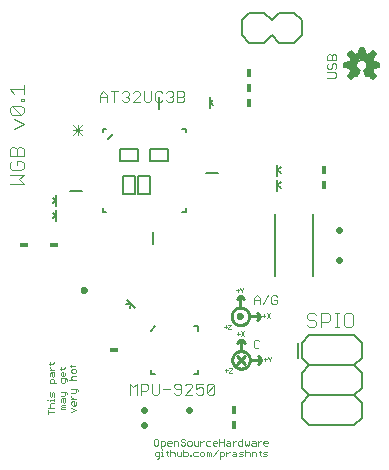
<source format=gto>
G75*
%MOIN*%
%OFA0B0*%
%FSLAX25Y25*%
%IPPOS*%
%LPD*%
%AMOC8*
5,1,8,0,0,1.08239X$1,22.5*
%
%ADD10C,0.00300*%
%ADD11C,0.00400*%
%ADD12C,0.00200*%
%ADD13C,0.01000*%
%ADD14C,0.01200*%
%ADD15C,0.00100*%
%ADD16C,0.02200*%
%ADD17C,0.00800*%
%ADD18C,0.00500*%
%ADD19R,0.01800X0.03000*%
%ADD20R,0.03000X0.01800*%
%ADD21C,0.00600*%
%ADD22C,0.00591*%
D10*
X0045517Y0052866D02*
X0045517Y0056569D01*
X0046751Y0055335D01*
X0047985Y0056569D01*
X0047985Y0052866D01*
X0049200Y0052866D02*
X0049200Y0056569D01*
X0051051Y0056569D01*
X0051669Y0055952D01*
X0051669Y0054717D01*
X0051051Y0054100D01*
X0049200Y0054100D01*
X0052883Y0053483D02*
X0053500Y0052866D01*
X0054735Y0052866D01*
X0055352Y0053483D01*
X0055352Y0056569D01*
X0056566Y0054717D02*
X0059035Y0054717D01*
X0060249Y0055335D02*
X0060249Y0055952D01*
X0060866Y0056569D01*
X0062101Y0056569D01*
X0062718Y0055952D01*
X0062718Y0053483D01*
X0062101Y0052866D01*
X0060866Y0052866D01*
X0060249Y0053483D01*
X0060866Y0054717D02*
X0062718Y0054717D01*
X0063932Y0055952D02*
X0064550Y0056569D01*
X0065784Y0056569D01*
X0066401Y0055952D01*
X0066401Y0055335D01*
X0063932Y0052866D01*
X0066401Y0052866D01*
X0067616Y0053483D02*
X0068233Y0052866D01*
X0069467Y0052866D01*
X0070084Y0053483D01*
X0070084Y0054717D01*
X0069467Y0055335D01*
X0068850Y0055335D01*
X0067616Y0054717D01*
X0067616Y0056569D01*
X0070084Y0056569D01*
X0071299Y0055952D02*
X0071916Y0056569D01*
X0073150Y0056569D01*
X0073767Y0055952D01*
X0071299Y0053483D01*
X0071916Y0052866D01*
X0073150Y0052866D01*
X0073767Y0053483D01*
X0073767Y0055952D01*
X0071299Y0055952D02*
X0071299Y0053483D01*
X0060866Y0054717D02*
X0060249Y0055335D01*
X0052883Y0056569D02*
X0052883Y0053483D01*
X0086793Y0068750D02*
X0087277Y0068266D01*
X0088245Y0068266D01*
X0088728Y0068750D01*
X0088728Y0070685D02*
X0088245Y0071168D01*
X0087277Y0071168D01*
X0086793Y0070685D01*
X0086793Y0068750D01*
X0086847Y0083016D02*
X0086847Y0084951D01*
X0087814Y0085918D01*
X0088782Y0084951D01*
X0088782Y0083016D01*
X0089793Y0083016D02*
X0091728Y0085918D01*
X0092740Y0085435D02*
X0092740Y0083500D01*
X0093224Y0083016D01*
X0094191Y0083016D01*
X0094675Y0083500D01*
X0094675Y0084467D01*
X0093707Y0084467D01*
X0092740Y0085435D02*
X0093224Y0085918D01*
X0094191Y0085918D01*
X0094675Y0085435D01*
X0088782Y0084467D02*
X0086847Y0084467D01*
X0063150Y0150366D02*
X0061299Y0150366D01*
X0061299Y0154069D01*
X0063150Y0154069D01*
X0063767Y0153452D01*
X0063767Y0152835D01*
X0063150Y0152217D01*
X0061299Y0152217D01*
X0060084Y0151600D02*
X0060084Y0150983D01*
X0059467Y0150366D01*
X0058233Y0150366D01*
X0057616Y0150983D01*
X0056401Y0150983D02*
X0055784Y0150366D01*
X0054550Y0150366D01*
X0053932Y0150983D01*
X0053932Y0153452D01*
X0054550Y0154069D01*
X0055784Y0154069D01*
X0056401Y0153452D01*
X0057616Y0153452D02*
X0058233Y0154069D01*
X0059467Y0154069D01*
X0060084Y0153452D01*
X0060084Y0152835D01*
X0059467Y0152217D01*
X0060084Y0151600D01*
X0059467Y0152217D02*
X0058850Y0152217D01*
X0063150Y0152217D02*
X0063767Y0151600D01*
X0063767Y0150983D01*
X0063150Y0150366D01*
X0052718Y0150983D02*
X0052718Y0154069D01*
X0050249Y0154069D02*
X0050249Y0150983D01*
X0050866Y0150366D01*
X0052101Y0150366D01*
X0052718Y0150983D01*
X0049035Y0150366D02*
X0046566Y0150366D01*
X0049035Y0152835D01*
X0049035Y0153452D01*
X0048418Y0154069D01*
X0047183Y0154069D01*
X0046566Y0153452D01*
X0045352Y0153452D02*
X0045352Y0152835D01*
X0044735Y0152217D01*
X0045352Y0151600D01*
X0045352Y0150983D01*
X0044735Y0150366D01*
X0043500Y0150366D01*
X0042883Y0150983D01*
X0044117Y0152217D02*
X0044735Y0152217D01*
X0045352Y0153452D02*
X0044735Y0154069D01*
X0043500Y0154069D01*
X0042883Y0153452D01*
X0041669Y0154069D02*
X0039200Y0154069D01*
X0040434Y0154069D02*
X0040434Y0150366D01*
X0037985Y0150366D02*
X0037985Y0152835D01*
X0036751Y0154069D01*
X0035517Y0152835D01*
X0035517Y0150366D01*
X0035517Y0152217D02*
X0037985Y0152217D01*
X0029753Y0142586D02*
X0026617Y0139450D01*
X0028185Y0139450D02*
X0028185Y0142586D01*
X0026617Y0142586D02*
X0029753Y0139450D01*
X0029753Y0141018D02*
X0026617Y0141018D01*
X0111414Y0158446D02*
X0113833Y0158446D01*
X0114317Y0158930D01*
X0114317Y0159897D01*
X0113833Y0160381D01*
X0111414Y0160381D01*
X0111898Y0161393D02*
X0112382Y0161393D01*
X0112865Y0161876D01*
X0112865Y0162844D01*
X0113349Y0163328D01*
X0113833Y0163328D01*
X0114317Y0162844D01*
X0114317Y0161876D01*
X0113833Y0161393D01*
X0114317Y0164339D02*
X0114317Y0165790D01*
X0113833Y0166274D01*
X0113349Y0166274D01*
X0112865Y0165790D01*
X0112865Y0164339D01*
X0111898Y0163328D02*
X0111414Y0162844D01*
X0111414Y0161876D01*
X0111898Y0161393D01*
X0111414Y0164339D02*
X0111414Y0165790D01*
X0111898Y0166274D01*
X0112382Y0166274D01*
X0112865Y0165790D01*
X0114317Y0164339D02*
X0111414Y0164339D01*
D11*
X0111532Y0080020D02*
X0109230Y0080020D01*
X0109230Y0075416D01*
X0109230Y0076950D02*
X0111532Y0076950D01*
X0112299Y0077718D01*
X0112299Y0079252D01*
X0111532Y0080020D01*
X0113834Y0080020D02*
X0115369Y0080020D01*
X0114601Y0080020D02*
X0114601Y0075416D01*
X0113834Y0075416D02*
X0115369Y0075416D01*
X0116903Y0076183D02*
X0117671Y0075416D01*
X0119205Y0075416D01*
X0119973Y0076183D01*
X0119973Y0079252D01*
X0119205Y0080020D01*
X0117671Y0080020D01*
X0116903Y0079252D01*
X0116903Y0076183D01*
X0107695Y0076183D02*
X0106928Y0075416D01*
X0105393Y0075416D01*
X0104626Y0076183D01*
X0105393Y0077718D02*
X0106928Y0077718D01*
X0107695Y0076950D01*
X0107695Y0076183D01*
X0105393Y0077718D02*
X0104626Y0078485D01*
X0104626Y0079252D01*
X0105393Y0080020D01*
X0106928Y0080020D01*
X0107695Y0079252D01*
X0010167Y0123151D02*
X0008632Y0124686D01*
X0010167Y0126220D01*
X0005563Y0126220D01*
X0006330Y0127755D02*
X0009399Y0127755D01*
X0010167Y0128522D01*
X0010167Y0130057D01*
X0009399Y0130824D01*
X0007865Y0130824D01*
X0007865Y0129290D01*
X0006330Y0130824D02*
X0005563Y0130057D01*
X0005563Y0128522D01*
X0006330Y0127755D01*
X0005563Y0123151D02*
X0010167Y0123151D01*
X0010167Y0132359D02*
X0005563Y0132359D01*
X0005563Y0134661D01*
X0006330Y0135428D01*
X0007097Y0135428D01*
X0007865Y0134661D01*
X0007865Y0132359D01*
X0010167Y0132359D02*
X0010167Y0134661D01*
X0009399Y0135428D01*
X0008632Y0135428D01*
X0007865Y0134661D01*
X0007097Y0141567D02*
X0010167Y0143101D01*
X0007097Y0144636D01*
X0006330Y0146171D02*
X0005563Y0146938D01*
X0005563Y0148473D01*
X0006330Y0149240D01*
X0009399Y0146171D01*
X0010167Y0146938D01*
X0010167Y0148473D01*
X0009399Y0149240D01*
X0006330Y0149240D01*
X0006330Y0146171D02*
X0009399Y0146171D01*
X0009399Y0150775D02*
X0009399Y0151542D01*
X0010167Y0151542D01*
X0010167Y0150775D01*
X0009399Y0150775D01*
X0010167Y0153077D02*
X0010167Y0156146D01*
X0010167Y0154611D02*
X0005563Y0154611D01*
X0007097Y0153077D01*
D12*
X0018165Y0047760D02*
X0018165Y0046292D01*
X0018165Y0047026D02*
X0020367Y0047026D01*
X0020367Y0048502D02*
X0018165Y0048502D01*
X0018899Y0048869D02*
X0018899Y0049603D01*
X0019266Y0049970D01*
X0020367Y0049970D01*
X0020367Y0050712D02*
X0020367Y0051446D01*
X0020367Y0051079D02*
X0018899Y0051079D01*
X0018899Y0050712D01*
X0018165Y0051079D02*
X0017798Y0051079D01*
X0019266Y0052185D02*
X0018899Y0052552D01*
X0018899Y0053653D01*
X0019633Y0053286D02*
X0019633Y0052552D01*
X0019266Y0052185D01*
X0020367Y0052185D02*
X0020367Y0053286D01*
X0020000Y0053653D01*
X0019633Y0053286D01*
X0022499Y0053837D02*
X0024334Y0053837D01*
X0024701Y0053470D01*
X0024701Y0053103D01*
X0023967Y0052736D02*
X0023967Y0053837D01*
X0023967Y0052736D02*
X0023600Y0052369D01*
X0022499Y0052369D01*
X0022866Y0051627D02*
X0023967Y0051627D01*
X0023967Y0050526D01*
X0023600Y0050159D01*
X0023233Y0050526D01*
X0023233Y0051627D01*
X0022866Y0051627D02*
X0022499Y0051260D01*
X0022499Y0050526D01*
X0022866Y0049417D02*
X0023967Y0049417D01*
X0023967Y0048683D02*
X0022866Y0048683D01*
X0022499Y0049050D01*
X0022866Y0049417D01*
X0022866Y0048683D02*
X0022499Y0048317D01*
X0022499Y0047950D01*
X0023967Y0047950D01*
X0026099Y0048497D02*
X0027567Y0047763D01*
X0026099Y0047029D01*
X0026466Y0049239D02*
X0026099Y0049606D01*
X0026099Y0050340D01*
X0026466Y0050707D01*
X0026833Y0050707D01*
X0026833Y0049239D01*
X0027200Y0049239D02*
X0026466Y0049239D01*
X0027200Y0049239D02*
X0027567Y0049606D01*
X0027567Y0050340D01*
X0027567Y0051449D02*
X0026099Y0051449D01*
X0026099Y0052182D02*
X0026099Y0052549D01*
X0026099Y0052182D02*
X0026833Y0051449D01*
X0027200Y0053290D02*
X0026099Y0053290D01*
X0027200Y0053290D02*
X0027567Y0053657D01*
X0027567Y0054758D01*
X0027934Y0054758D02*
X0026099Y0054758D01*
X0023967Y0057156D02*
X0023967Y0058257D01*
X0024334Y0058257D02*
X0022499Y0058257D01*
X0022499Y0057156D01*
X0022866Y0056789D01*
X0023600Y0056789D01*
X0023967Y0057156D01*
X0024701Y0057523D02*
X0024701Y0057890D01*
X0024334Y0058257D01*
X0023600Y0058999D02*
X0022866Y0058999D01*
X0022499Y0059366D01*
X0022499Y0060100D01*
X0022866Y0060467D01*
X0023233Y0060467D01*
X0023233Y0058999D01*
X0023600Y0058999D02*
X0023967Y0059366D01*
X0023967Y0060100D01*
X0023600Y0061576D02*
X0022132Y0061576D01*
X0022499Y0061209D02*
X0022499Y0061943D01*
X0023600Y0061576D02*
X0023967Y0061943D01*
X0025732Y0062497D02*
X0027200Y0062497D01*
X0027567Y0062864D01*
X0026099Y0062864D02*
X0026099Y0062130D01*
X0026466Y0061388D02*
X0026099Y0061021D01*
X0026099Y0060287D01*
X0026466Y0059920D01*
X0027200Y0059920D01*
X0027567Y0060287D01*
X0027567Y0061021D01*
X0027200Y0061388D01*
X0026466Y0061388D01*
X0026466Y0059178D02*
X0026099Y0058811D01*
X0026099Y0058077D01*
X0026466Y0057710D01*
X0025365Y0057710D02*
X0027567Y0057710D01*
X0027567Y0059178D02*
X0026466Y0059178D01*
X0027934Y0054758D02*
X0028301Y0054391D01*
X0028301Y0054024D01*
X0021101Y0056605D02*
X0018899Y0056605D01*
X0018899Y0057706D01*
X0019266Y0058073D01*
X0020000Y0058073D01*
X0020367Y0057706D01*
X0020367Y0056605D01*
X0020000Y0058815D02*
X0019633Y0059182D01*
X0019633Y0060283D01*
X0019266Y0060283D02*
X0020367Y0060283D01*
X0020367Y0059182D01*
X0020000Y0058815D01*
X0018899Y0059182D02*
X0018899Y0059916D01*
X0019266Y0060283D01*
X0019633Y0061025D02*
X0018899Y0061759D01*
X0018899Y0062126D01*
X0018899Y0062866D02*
X0018899Y0063600D01*
X0018532Y0063233D02*
X0020000Y0063233D01*
X0020367Y0063600D01*
X0020367Y0061025D02*
X0018899Y0061025D01*
X0018899Y0048869D02*
X0019266Y0048502D01*
X0053630Y0037751D02*
X0053630Y0036283D01*
X0053997Y0035916D01*
X0054731Y0035916D01*
X0055098Y0036283D01*
X0055098Y0037751D01*
X0054731Y0038118D01*
X0053997Y0038118D01*
X0053630Y0037751D01*
X0055840Y0037384D02*
X0055840Y0035182D01*
X0056391Y0034885D02*
X0056391Y0034518D01*
X0056391Y0033784D02*
X0056391Y0032316D01*
X0056024Y0032316D02*
X0056758Y0032316D01*
X0057864Y0032683D02*
X0058231Y0032316D01*
X0057864Y0032683D02*
X0057864Y0034151D01*
X0057497Y0033784D02*
X0058231Y0033784D01*
X0058971Y0033417D02*
X0059338Y0033784D01*
X0060072Y0033784D01*
X0060439Y0033417D01*
X0060439Y0032316D01*
X0061181Y0032683D02*
X0061548Y0032316D01*
X0062648Y0032316D01*
X0062648Y0033784D01*
X0063390Y0033784D02*
X0064491Y0033784D01*
X0064858Y0033417D01*
X0064858Y0032683D01*
X0064491Y0032316D01*
X0063390Y0032316D01*
X0063390Y0034518D01*
X0063571Y0035916D02*
X0062837Y0035916D01*
X0062470Y0036283D01*
X0062837Y0037017D02*
X0063571Y0037017D01*
X0063938Y0036650D01*
X0063938Y0036283D01*
X0063571Y0035916D01*
X0064680Y0036283D02*
X0064680Y0037017D01*
X0065047Y0037384D01*
X0065780Y0037384D01*
X0066147Y0037017D01*
X0066147Y0036283D01*
X0065780Y0035916D01*
X0065047Y0035916D01*
X0064680Y0036283D01*
X0063938Y0037751D02*
X0063571Y0038118D01*
X0062837Y0038118D01*
X0062470Y0037751D01*
X0062470Y0037384D01*
X0062837Y0037017D01*
X0061728Y0037017D02*
X0061728Y0035916D01*
X0061728Y0037017D02*
X0061361Y0037384D01*
X0060260Y0037384D01*
X0060260Y0035916D01*
X0059518Y0036650D02*
X0058050Y0036650D01*
X0058050Y0037017D02*
X0058417Y0037384D01*
X0059151Y0037384D01*
X0059518Y0037017D01*
X0059518Y0036650D01*
X0059151Y0035916D02*
X0058417Y0035916D01*
X0058050Y0036283D01*
X0058050Y0037017D01*
X0057308Y0037017D02*
X0057308Y0036283D01*
X0056941Y0035916D01*
X0055840Y0035916D01*
X0055840Y0037384D02*
X0056941Y0037384D01*
X0057308Y0037017D01*
X0058971Y0034518D02*
X0058971Y0032316D01*
X0061181Y0032683D02*
X0061181Y0033784D01*
X0065600Y0032683D02*
X0065600Y0032316D01*
X0065967Y0032316D01*
X0065967Y0032683D01*
X0065600Y0032683D01*
X0066705Y0032683D02*
X0067072Y0032316D01*
X0068173Y0032316D01*
X0068915Y0032683D02*
X0069282Y0032316D01*
X0070016Y0032316D01*
X0070383Y0032683D01*
X0070383Y0033417D01*
X0070016Y0033784D01*
X0069282Y0033784D01*
X0068915Y0033417D01*
X0068915Y0032683D01*
X0068173Y0033784D02*
X0067072Y0033784D01*
X0066705Y0033417D01*
X0066705Y0032683D01*
X0067256Y0035916D02*
X0068357Y0035916D01*
X0068357Y0037384D01*
X0069099Y0037384D02*
X0069099Y0035916D01*
X0069099Y0036650D02*
X0069833Y0037384D01*
X0070200Y0037384D01*
X0070941Y0037017D02*
X0070941Y0036283D01*
X0071308Y0035916D01*
X0072409Y0035916D01*
X0073151Y0036283D02*
X0073151Y0037017D01*
X0073518Y0037384D01*
X0074252Y0037384D01*
X0074619Y0037017D01*
X0074619Y0036650D01*
X0073151Y0036650D01*
X0073151Y0036283D02*
X0073518Y0035916D01*
X0074252Y0035916D01*
X0075361Y0035916D02*
X0075361Y0038118D01*
X0075361Y0037017D02*
X0076829Y0037017D01*
X0077570Y0036283D02*
X0077937Y0036650D01*
X0079038Y0036650D01*
X0079038Y0037017D02*
X0079038Y0035916D01*
X0077937Y0035916D01*
X0077570Y0036283D01*
X0076829Y0035916D02*
X0076829Y0038118D01*
X0077937Y0037384D02*
X0078671Y0037384D01*
X0079038Y0037017D01*
X0079780Y0037384D02*
X0079780Y0035916D01*
X0079780Y0036650D02*
X0080514Y0037384D01*
X0080881Y0037384D01*
X0081622Y0037017D02*
X0081622Y0036283D01*
X0081989Y0035916D01*
X0083090Y0035916D01*
X0083090Y0038118D01*
X0083090Y0037384D02*
X0081989Y0037384D01*
X0081622Y0037017D01*
X0083832Y0037384D02*
X0083832Y0036283D01*
X0084199Y0035916D01*
X0084566Y0036283D01*
X0084933Y0035916D01*
X0085300Y0036283D01*
X0085300Y0037384D01*
X0086409Y0037384D02*
X0087143Y0037384D01*
X0087510Y0037017D01*
X0087510Y0035916D01*
X0086409Y0035916D01*
X0086042Y0036283D01*
X0086409Y0036650D01*
X0087510Y0036650D01*
X0088252Y0036650D02*
X0088986Y0037384D01*
X0089353Y0037384D01*
X0090093Y0037017D02*
X0090460Y0037384D01*
X0091194Y0037384D01*
X0091561Y0037017D01*
X0091561Y0036650D01*
X0090093Y0036650D01*
X0090093Y0036283D02*
X0090093Y0037017D01*
X0090093Y0036283D02*
X0090460Y0035916D01*
X0091194Y0035916D01*
X0091377Y0033784D02*
X0090276Y0033784D01*
X0089909Y0033417D01*
X0090276Y0033050D01*
X0091010Y0033050D01*
X0091377Y0032683D01*
X0091010Y0032316D01*
X0089909Y0032316D01*
X0089170Y0032316D02*
X0088803Y0032683D01*
X0088803Y0034151D01*
X0088436Y0033784D02*
X0089170Y0033784D01*
X0087694Y0033417D02*
X0087694Y0032316D01*
X0087694Y0033417D02*
X0087327Y0033784D01*
X0086226Y0033784D01*
X0086226Y0032316D01*
X0085484Y0032316D02*
X0085484Y0033417D01*
X0085117Y0033784D01*
X0084383Y0033784D01*
X0084016Y0033417D01*
X0083274Y0033784D02*
X0082173Y0033784D01*
X0081806Y0033417D01*
X0082173Y0033050D01*
X0082907Y0033050D01*
X0083274Y0032683D01*
X0082907Y0032316D01*
X0081806Y0032316D01*
X0081064Y0032316D02*
X0081064Y0033417D01*
X0080697Y0033784D01*
X0079963Y0033784D01*
X0079963Y0033050D02*
X0081064Y0033050D01*
X0081064Y0032316D02*
X0079963Y0032316D01*
X0079596Y0032683D01*
X0079963Y0033050D01*
X0078856Y0033784D02*
X0078489Y0033784D01*
X0077755Y0033050D01*
X0077755Y0032316D02*
X0077755Y0033784D01*
X0077013Y0033417D02*
X0077013Y0032683D01*
X0076646Y0032316D01*
X0075545Y0032316D01*
X0075545Y0031582D02*
X0075545Y0033784D01*
X0076646Y0033784D01*
X0077013Y0033417D01*
X0074803Y0034518D02*
X0073335Y0032316D01*
X0072593Y0032316D02*
X0072593Y0033417D01*
X0072226Y0033784D01*
X0071859Y0033417D01*
X0071859Y0032316D01*
X0071125Y0032316D02*
X0071125Y0033784D01*
X0071492Y0033784D01*
X0071859Y0033417D01*
X0070941Y0037017D02*
X0071308Y0037384D01*
X0072409Y0037384D01*
X0067256Y0035916D02*
X0066889Y0036283D01*
X0066889Y0037384D01*
X0056391Y0033784D02*
X0056024Y0033784D01*
X0055282Y0033784D02*
X0055282Y0031949D01*
X0054915Y0031582D01*
X0054548Y0031582D01*
X0054181Y0032316D02*
X0055282Y0032316D01*
X0054181Y0032316D02*
X0053814Y0032683D01*
X0053814Y0033417D01*
X0054181Y0033784D01*
X0055282Y0033784D01*
X0084016Y0034518D02*
X0084016Y0032316D01*
X0088252Y0035916D02*
X0088252Y0037384D01*
D13*
X0088117Y0063216D02*
X0089117Y0064216D01*
X0089117Y0064466D01*
X0089117Y0064716D01*
X0088117Y0065716D01*
X0089117Y0064466D02*
X0085617Y0064466D01*
X0083867Y0065716D02*
X0081367Y0063216D01*
X0079691Y0064466D02*
X0079693Y0064574D01*
X0079699Y0064682D01*
X0079709Y0064790D01*
X0079723Y0064897D01*
X0079741Y0065004D01*
X0079763Y0065110D01*
X0079788Y0065215D01*
X0079818Y0065319D01*
X0079851Y0065421D01*
X0079889Y0065523D01*
X0079930Y0065623D01*
X0079974Y0065722D01*
X0080022Y0065818D01*
X0080074Y0065913D01*
X0080129Y0066006D01*
X0080188Y0066097D01*
X0080250Y0066186D01*
X0080315Y0066272D01*
X0080383Y0066356D01*
X0080455Y0066437D01*
X0080529Y0066516D01*
X0080606Y0066592D01*
X0080686Y0066664D01*
X0080769Y0066734D01*
X0080854Y0066801D01*
X0080941Y0066865D01*
X0081031Y0066925D01*
X0081123Y0066982D01*
X0081217Y0067035D01*
X0081313Y0067085D01*
X0081410Y0067132D01*
X0081510Y0067174D01*
X0081611Y0067213D01*
X0081713Y0067249D01*
X0081816Y0067280D01*
X0081921Y0067308D01*
X0082026Y0067332D01*
X0082133Y0067352D01*
X0082240Y0067368D01*
X0082347Y0067380D01*
X0082455Y0067388D01*
X0082563Y0067392D01*
X0082671Y0067392D01*
X0082779Y0067388D01*
X0082887Y0067380D01*
X0082994Y0067368D01*
X0083101Y0067352D01*
X0083208Y0067332D01*
X0083313Y0067308D01*
X0083418Y0067280D01*
X0083521Y0067249D01*
X0083623Y0067213D01*
X0083724Y0067174D01*
X0083824Y0067132D01*
X0083921Y0067085D01*
X0084017Y0067035D01*
X0084111Y0066982D01*
X0084203Y0066925D01*
X0084293Y0066865D01*
X0084380Y0066801D01*
X0084465Y0066734D01*
X0084548Y0066664D01*
X0084628Y0066592D01*
X0084705Y0066516D01*
X0084779Y0066437D01*
X0084851Y0066356D01*
X0084919Y0066272D01*
X0084984Y0066186D01*
X0085046Y0066097D01*
X0085105Y0066006D01*
X0085160Y0065913D01*
X0085212Y0065818D01*
X0085260Y0065722D01*
X0085304Y0065623D01*
X0085345Y0065523D01*
X0085383Y0065421D01*
X0085416Y0065319D01*
X0085446Y0065215D01*
X0085471Y0065110D01*
X0085493Y0065004D01*
X0085511Y0064897D01*
X0085525Y0064790D01*
X0085535Y0064682D01*
X0085541Y0064574D01*
X0085543Y0064466D01*
X0085541Y0064358D01*
X0085535Y0064250D01*
X0085525Y0064142D01*
X0085511Y0064035D01*
X0085493Y0063928D01*
X0085471Y0063822D01*
X0085446Y0063717D01*
X0085416Y0063613D01*
X0085383Y0063511D01*
X0085345Y0063409D01*
X0085304Y0063309D01*
X0085260Y0063210D01*
X0085212Y0063114D01*
X0085160Y0063019D01*
X0085105Y0062926D01*
X0085046Y0062835D01*
X0084984Y0062746D01*
X0084919Y0062660D01*
X0084851Y0062576D01*
X0084779Y0062495D01*
X0084705Y0062416D01*
X0084628Y0062340D01*
X0084548Y0062268D01*
X0084465Y0062198D01*
X0084380Y0062131D01*
X0084293Y0062067D01*
X0084203Y0062007D01*
X0084111Y0061950D01*
X0084017Y0061897D01*
X0083921Y0061847D01*
X0083824Y0061800D01*
X0083724Y0061758D01*
X0083623Y0061719D01*
X0083521Y0061683D01*
X0083418Y0061652D01*
X0083313Y0061624D01*
X0083208Y0061600D01*
X0083101Y0061580D01*
X0082994Y0061564D01*
X0082887Y0061552D01*
X0082779Y0061544D01*
X0082671Y0061540D01*
X0082563Y0061540D01*
X0082455Y0061544D01*
X0082347Y0061552D01*
X0082240Y0061564D01*
X0082133Y0061580D01*
X0082026Y0061600D01*
X0081921Y0061624D01*
X0081816Y0061652D01*
X0081713Y0061683D01*
X0081611Y0061719D01*
X0081510Y0061758D01*
X0081410Y0061800D01*
X0081313Y0061847D01*
X0081217Y0061897D01*
X0081123Y0061950D01*
X0081031Y0062007D01*
X0080941Y0062067D01*
X0080854Y0062131D01*
X0080769Y0062198D01*
X0080686Y0062268D01*
X0080606Y0062340D01*
X0080529Y0062416D01*
X0080455Y0062495D01*
X0080383Y0062576D01*
X0080315Y0062660D01*
X0080250Y0062746D01*
X0080188Y0062835D01*
X0080129Y0062926D01*
X0080074Y0063019D01*
X0080022Y0063114D01*
X0079974Y0063210D01*
X0079930Y0063309D01*
X0079889Y0063409D01*
X0079851Y0063511D01*
X0079818Y0063613D01*
X0079788Y0063717D01*
X0079763Y0063822D01*
X0079741Y0063928D01*
X0079723Y0064035D01*
X0079709Y0064142D01*
X0079699Y0064250D01*
X0079693Y0064358D01*
X0079691Y0064466D01*
X0081367Y0065716D02*
X0083867Y0063216D01*
X0082617Y0067716D02*
X0082617Y0071216D01*
X0082867Y0071216D01*
X0083867Y0070216D01*
X0082617Y0071216D02*
X0082367Y0071216D01*
X0081367Y0070216D01*
X0079441Y0078966D02*
X0079443Y0079074D01*
X0079449Y0079182D01*
X0079459Y0079290D01*
X0079473Y0079397D01*
X0079491Y0079504D01*
X0079513Y0079610D01*
X0079538Y0079715D01*
X0079568Y0079819D01*
X0079601Y0079921D01*
X0079639Y0080023D01*
X0079680Y0080123D01*
X0079724Y0080222D01*
X0079772Y0080318D01*
X0079824Y0080413D01*
X0079879Y0080506D01*
X0079938Y0080597D01*
X0080000Y0080686D01*
X0080065Y0080772D01*
X0080133Y0080856D01*
X0080205Y0080937D01*
X0080279Y0081016D01*
X0080356Y0081092D01*
X0080436Y0081164D01*
X0080519Y0081234D01*
X0080604Y0081301D01*
X0080691Y0081365D01*
X0080781Y0081425D01*
X0080873Y0081482D01*
X0080967Y0081535D01*
X0081063Y0081585D01*
X0081160Y0081632D01*
X0081260Y0081674D01*
X0081361Y0081713D01*
X0081463Y0081749D01*
X0081566Y0081780D01*
X0081671Y0081808D01*
X0081776Y0081832D01*
X0081883Y0081852D01*
X0081990Y0081868D01*
X0082097Y0081880D01*
X0082205Y0081888D01*
X0082313Y0081892D01*
X0082421Y0081892D01*
X0082529Y0081888D01*
X0082637Y0081880D01*
X0082744Y0081868D01*
X0082851Y0081852D01*
X0082958Y0081832D01*
X0083063Y0081808D01*
X0083168Y0081780D01*
X0083271Y0081749D01*
X0083373Y0081713D01*
X0083474Y0081674D01*
X0083574Y0081632D01*
X0083671Y0081585D01*
X0083767Y0081535D01*
X0083861Y0081482D01*
X0083953Y0081425D01*
X0084043Y0081365D01*
X0084130Y0081301D01*
X0084215Y0081234D01*
X0084298Y0081164D01*
X0084378Y0081092D01*
X0084455Y0081016D01*
X0084529Y0080937D01*
X0084601Y0080856D01*
X0084669Y0080772D01*
X0084734Y0080686D01*
X0084796Y0080597D01*
X0084855Y0080506D01*
X0084910Y0080413D01*
X0084962Y0080318D01*
X0085010Y0080222D01*
X0085054Y0080123D01*
X0085095Y0080023D01*
X0085133Y0079921D01*
X0085166Y0079819D01*
X0085196Y0079715D01*
X0085221Y0079610D01*
X0085243Y0079504D01*
X0085261Y0079397D01*
X0085275Y0079290D01*
X0085285Y0079182D01*
X0085291Y0079074D01*
X0085293Y0078966D01*
X0085291Y0078858D01*
X0085285Y0078750D01*
X0085275Y0078642D01*
X0085261Y0078535D01*
X0085243Y0078428D01*
X0085221Y0078322D01*
X0085196Y0078217D01*
X0085166Y0078113D01*
X0085133Y0078011D01*
X0085095Y0077909D01*
X0085054Y0077809D01*
X0085010Y0077710D01*
X0084962Y0077614D01*
X0084910Y0077519D01*
X0084855Y0077426D01*
X0084796Y0077335D01*
X0084734Y0077246D01*
X0084669Y0077160D01*
X0084601Y0077076D01*
X0084529Y0076995D01*
X0084455Y0076916D01*
X0084378Y0076840D01*
X0084298Y0076768D01*
X0084215Y0076698D01*
X0084130Y0076631D01*
X0084043Y0076567D01*
X0083953Y0076507D01*
X0083861Y0076450D01*
X0083767Y0076397D01*
X0083671Y0076347D01*
X0083574Y0076300D01*
X0083474Y0076258D01*
X0083373Y0076219D01*
X0083271Y0076183D01*
X0083168Y0076152D01*
X0083063Y0076124D01*
X0082958Y0076100D01*
X0082851Y0076080D01*
X0082744Y0076064D01*
X0082637Y0076052D01*
X0082529Y0076044D01*
X0082421Y0076040D01*
X0082313Y0076040D01*
X0082205Y0076044D01*
X0082097Y0076052D01*
X0081990Y0076064D01*
X0081883Y0076080D01*
X0081776Y0076100D01*
X0081671Y0076124D01*
X0081566Y0076152D01*
X0081463Y0076183D01*
X0081361Y0076219D01*
X0081260Y0076258D01*
X0081160Y0076300D01*
X0081063Y0076347D01*
X0080967Y0076397D01*
X0080873Y0076450D01*
X0080781Y0076507D01*
X0080691Y0076567D01*
X0080604Y0076631D01*
X0080519Y0076698D01*
X0080436Y0076768D01*
X0080356Y0076840D01*
X0080279Y0076916D01*
X0080205Y0076995D01*
X0080133Y0077076D01*
X0080065Y0077160D01*
X0080000Y0077246D01*
X0079938Y0077335D01*
X0079879Y0077426D01*
X0079824Y0077519D01*
X0079772Y0077614D01*
X0079724Y0077710D01*
X0079680Y0077809D01*
X0079639Y0077909D01*
X0079601Y0078011D01*
X0079568Y0078113D01*
X0079538Y0078217D01*
X0079513Y0078322D01*
X0079491Y0078428D01*
X0079473Y0078535D01*
X0079459Y0078642D01*
X0079449Y0078750D01*
X0079443Y0078858D01*
X0079441Y0078966D01*
X0082367Y0082216D02*
X0082367Y0085716D01*
X0082617Y0085716D01*
X0083617Y0084716D01*
X0082367Y0085716D02*
X0082117Y0085716D01*
X0081117Y0084716D01*
X0085367Y0078966D02*
X0088867Y0078966D01*
X0088867Y0078716D01*
X0087867Y0077716D01*
X0088867Y0078966D02*
X0088867Y0079216D01*
X0087867Y0080216D01*
D14*
X0081867Y0078966D02*
X0081869Y0079010D01*
X0081875Y0079054D01*
X0081885Y0079097D01*
X0081898Y0079139D01*
X0081915Y0079180D01*
X0081936Y0079219D01*
X0081960Y0079256D01*
X0081987Y0079291D01*
X0082017Y0079323D01*
X0082050Y0079353D01*
X0082086Y0079379D01*
X0082123Y0079403D01*
X0082163Y0079422D01*
X0082204Y0079439D01*
X0082247Y0079451D01*
X0082290Y0079460D01*
X0082334Y0079465D01*
X0082378Y0079466D01*
X0082422Y0079463D01*
X0082466Y0079456D01*
X0082509Y0079445D01*
X0082551Y0079431D01*
X0082591Y0079413D01*
X0082630Y0079391D01*
X0082666Y0079367D01*
X0082700Y0079339D01*
X0082732Y0079308D01*
X0082761Y0079274D01*
X0082787Y0079238D01*
X0082809Y0079200D01*
X0082828Y0079160D01*
X0082843Y0079118D01*
X0082855Y0079076D01*
X0082863Y0079032D01*
X0082867Y0078988D01*
X0082867Y0078944D01*
X0082863Y0078900D01*
X0082855Y0078856D01*
X0082843Y0078814D01*
X0082828Y0078772D01*
X0082809Y0078732D01*
X0082787Y0078694D01*
X0082761Y0078658D01*
X0082732Y0078624D01*
X0082700Y0078593D01*
X0082666Y0078565D01*
X0082630Y0078541D01*
X0082591Y0078519D01*
X0082551Y0078501D01*
X0082509Y0078487D01*
X0082466Y0078476D01*
X0082422Y0078469D01*
X0082378Y0078466D01*
X0082334Y0078467D01*
X0082290Y0078472D01*
X0082247Y0078481D01*
X0082204Y0078493D01*
X0082163Y0078510D01*
X0082123Y0078529D01*
X0082086Y0078553D01*
X0082050Y0078579D01*
X0082017Y0078609D01*
X0081987Y0078641D01*
X0081960Y0078676D01*
X0081936Y0078713D01*
X0081915Y0078752D01*
X0081898Y0078793D01*
X0081885Y0078835D01*
X0081875Y0078878D01*
X0081869Y0078922D01*
X0081867Y0078966D01*
D15*
X0079418Y0076217D02*
X0079418Y0075967D01*
X0078417Y0074966D01*
X0078417Y0074716D01*
X0079418Y0074716D01*
X0079418Y0076217D02*
X0078417Y0076217D01*
X0077944Y0075466D02*
X0076943Y0075466D01*
X0077444Y0074966D02*
X0077444Y0075967D01*
X0081193Y0073216D02*
X0082194Y0073216D01*
X0081694Y0073717D02*
X0081694Y0072716D01*
X0082667Y0072466D02*
X0083668Y0073967D01*
X0082667Y0073967D02*
X0083668Y0072466D01*
X0090194Y0078716D02*
X0090194Y0079717D01*
X0090694Y0079216D02*
X0089693Y0079216D01*
X0091167Y0078466D02*
X0092168Y0079967D01*
X0091167Y0079967D02*
X0092168Y0078466D01*
X0082917Y0087716D02*
X0083418Y0088217D01*
X0083418Y0088467D01*
X0082917Y0087716D02*
X0082917Y0086966D01*
X0082917Y0087716D02*
X0082417Y0088217D01*
X0082417Y0088467D01*
X0081944Y0087716D02*
X0080943Y0087716D01*
X0081444Y0087216D02*
X0081444Y0088217D01*
X0090694Y0065217D02*
X0090694Y0064216D01*
X0090193Y0064716D02*
X0091194Y0064716D01*
X0091667Y0065217D02*
X0092167Y0064716D01*
X0092167Y0063966D01*
X0092167Y0064716D02*
X0092668Y0065217D01*
X0092668Y0065467D01*
X0091667Y0065467D02*
X0091667Y0065217D01*
X0079668Y0061717D02*
X0079668Y0061467D01*
X0078667Y0060466D01*
X0078667Y0060216D01*
X0079668Y0060216D01*
X0079668Y0061717D02*
X0078667Y0061717D01*
X0078194Y0060966D02*
X0077193Y0060966D01*
X0077694Y0060466D02*
X0077694Y0061467D01*
D16*
X0065367Y0047836D02*
X0065367Y0047596D01*
X0050367Y0047596D02*
X0050367Y0047836D01*
X0050367Y0042836D02*
X0050367Y0042596D01*
X0115367Y0097596D02*
X0115367Y0097836D01*
X0115367Y0107596D02*
X0115367Y0107836D01*
D17*
X0095918Y0121856D02*
X0094758Y0122616D01*
X0094697Y0122716D02*
X0095918Y0123636D01*
X0094697Y0124527D02*
X0094697Y0122716D01*
X0094697Y0120905D01*
X0094697Y0125905D02*
X0094697Y0127716D01*
X0095918Y0128636D01*
X0094697Y0129527D02*
X0094697Y0127716D01*
X0094758Y0127616D02*
X0095918Y0126856D01*
X0073418Y0149356D02*
X0072258Y0150116D01*
X0072197Y0150216D02*
X0073418Y0151136D01*
X0072197Y0152027D02*
X0072197Y0150216D01*
X0072197Y0148405D01*
X0085367Y0170216D02*
X0082867Y0172716D01*
X0082867Y0177716D01*
X0085367Y0180216D01*
X0090367Y0180216D01*
X0092867Y0177716D01*
X0095367Y0180216D01*
X0100367Y0180216D01*
X0102867Y0177716D01*
X0102867Y0172716D01*
X0100367Y0170216D01*
X0095367Y0170216D01*
X0092867Y0172716D01*
X0090367Y0170216D01*
X0085367Y0170216D01*
X0021036Y0119527D02*
X0021036Y0117716D01*
X0019815Y0116795D01*
X0021036Y0115905D02*
X0021036Y0117716D01*
X0020975Y0117816D02*
X0019815Y0118576D01*
X0021036Y0114527D02*
X0021036Y0112716D01*
X0019815Y0111795D01*
X0021036Y0110905D02*
X0021036Y0112716D01*
X0020975Y0112816D02*
X0019815Y0113576D01*
X0044559Y0084470D02*
X0045840Y0083189D01*
X0045628Y0081675D01*
X0047120Y0081909D02*
X0045840Y0083189D01*
X0045726Y0083217D02*
X0044369Y0082934D01*
X0052493Y0074212D02*
X0053871Y0075590D01*
X0052493Y0061220D02*
X0052493Y0059842D01*
X0053871Y0059842D01*
X0066863Y0059842D02*
X0068241Y0059842D01*
X0068241Y0061220D01*
X0068241Y0074212D02*
X0068241Y0075590D01*
X0066863Y0075590D01*
X0101548Y0070216D02*
X0101548Y0065216D01*
X0102867Y0065216D02*
X0102867Y0070216D01*
X0105367Y0072716D01*
X0120367Y0072716D01*
X0122867Y0070216D01*
X0122867Y0065216D01*
X0120367Y0062716D01*
X0105367Y0062716D01*
X0102867Y0060216D01*
X0102867Y0055216D01*
X0105367Y0052716D01*
X0120367Y0052716D01*
X0122867Y0050216D01*
X0122867Y0045216D01*
X0120367Y0042716D01*
X0105367Y0042716D01*
X0102867Y0045216D01*
X0102867Y0050216D01*
X0105367Y0052716D01*
X0105367Y0062716D02*
X0102867Y0065216D01*
X0120367Y0062716D02*
X0122867Y0060216D01*
X0122867Y0055216D01*
X0120367Y0052716D01*
D18*
X0106666Y0092480D02*
X0106666Y0112952D01*
X0094067Y0112952D02*
X0094067Y0092480D01*
X0058319Y0130747D02*
X0052414Y0130747D01*
X0052414Y0134684D01*
X0058319Y0134684D01*
X0058319Y0130747D01*
X0052335Y0125669D02*
X0048398Y0125669D01*
X0048398Y0119763D01*
X0052335Y0119763D01*
X0052335Y0125669D01*
X0048319Y0130747D02*
X0048319Y0134684D01*
X0042414Y0134684D01*
X0042414Y0130747D01*
X0048319Y0130747D01*
X0047335Y0125669D02*
X0043398Y0125669D01*
X0043398Y0119763D01*
X0047335Y0119763D01*
X0047335Y0125669D01*
X0029507Y0087716D02*
X0029509Y0087774D01*
X0029515Y0087832D01*
X0029525Y0087889D01*
X0029538Y0087946D01*
X0029556Y0088001D01*
X0029577Y0088055D01*
X0029601Y0088108D01*
X0029630Y0088159D01*
X0029661Y0088207D01*
X0029696Y0088254D01*
X0029734Y0088298D01*
X0029774Y0088339D01*
X0029818Y0088378D01*
X0029864Y0088413D01*
X0029912Y0088446D01*
X0029962Y0088475D01*
X0030015Y0088500D01*
X0030068Y0088522D01*
X0030123Y0088541D01*
X0030180Y0088555D01*
X0030237Y0088566D01*
X0030294Y0088573D01*
X0030352Y0088576D01*
X0030411Y0088575D01*
X0030468Y0088570D01*
X0030526Y0088561D01*
X0030583Y0088549D01*
X0030638Y0088532D01*
X0030693Y0088512D01*
X0030746Y0088488D01*
X0030797Y0088461D01*
X0030846Y0088430D01*
X0030893Y0088396D01*
X0030938Y0088359D01*
X0030980Y0088319D01*
X0031020Y0088276D01*
X0031056Y0088231D01*
X0031089Y0088183D01*
X0031119Y0088133D01*
X0031145Y0088082D01*
X0031168Y0088028D01*
X0031188Y0087973D01*
X0031203Y0087917D01*
X0031215Y0087861D01*
X0031223Y0087803D01*
X0031227Y0087745D01*
X0031227Y0087687D01*
X0031223Y0087629D01*
X0031215Y0087571D01*
X0031203Y0087515D01*
X0031188Y0087459D01*
X0031168Y0087404D01*
X0031145Y0087350D01*
X0031119Y0087299D01*
X0031089Y0087249D01*
X0031056Y0087201D01*
X0031020Y0087156D01*
X0030980Y0087113D01*
X0030938Y0087073D01*
X0030893Y0087036D01*
X0030846Y0087002D01*
X0030797Y0086971D01*
X0030746Y0086944D01*
X0030693Y0086920D01*
X0030638Y0086900D01*
X0030583Y0086883D01*
X0030526Y0086871D01*
X0030468Y0086862D01*
X0030411Y0086857D01*
X0030352Y0086856D01*
X0030294Y0086859D01*
X0030237Y0086866D01*
X0030180Y0086877D01*
X0030123Y0086891D01*
X0030068Y0086910D01*
X0030015Y0086932D01*
X0029962Y0086957D01*
X0029912Y0086986D01*
X0029864Y0087019D01*
X0029818Y0087054D01*
X0029774Y0087093D01*
X0029734Y0087134D01*
X0029696Y0087178D01*
X0029661Y0087225D01*
X0029630Y0087273D01*
X0029601Y0087324D01*
X0029577Y0087377D01*
X0029556Y0087431D01*
X0029538Y0087486D01*
X0029525Y0087543D01*
X0029515Y0087600D01*
X0029509Y0087658D01*
X0029507Y0087716D01*
X0030267Y0087716D02*
X0030269Y0087736D01*
X0030275Y0087754D01*
X0030284Y0087772D01*
X0030296Y0087787D01*
X0030311Y0087799D01*
X0030329Y0087808D01*
X0030347Y0087814D01*
X0030367Y0087816D01*
X0030387Y0087814D01*
X0030405Y0087808D01*
X0030423Y0087799D01*
X0030438Y0087787D01*
X0030450Y0087772D01*
X0030459Y0087754D01*
X0030465Y0087736D01*
X0030467Y0087716D01*
X0030465Y0087696D01*
X0030459Y0087678D01*
X0030450Y0087660D01*
X0030438Y0087645D01*
X0030423Y0087633D01*
X0030405Y0087624D01*
X0030387Y0087618D01*
X0030367Y0087616D01*
X0030347Y0087618D01*
X0030329Y0087624D01*
X0030311Y0087633D01*
X0030296Y0087645D01*
X0030284Y0087660D01*
X0030275Y0087678D01*
X0030269Y0087696D01*
X0030267Y0087716D01*
X0029867Y0087716D02*
X0029869Y0087760D01*
X0029875Y0087804D01*
X0029885Y0087847D01*
X0029898Y0087889D01*
X0029915Y0087930D01*
X0029936Y0087969D01*
X0029960Y0088006D01*
X0029987Y0088041D01*
X0030017Y0088073D01*
X0030050Y0088103D01*
X0030086Y0088129D01*
X0030123Y0088153D01*
X0030163Y0088172D01*
X0030204Y0088189D01*
X0030247Y0088201D01*
X0030290Y0088210D01*
X0030334Y0088215D01*
X0030378Y0088216D01*
X0030422Y0088213D01*
X0030466Y0088206D01*
X0030509Y0088195D01*
X0030551Y0088181D01*
X0030591Y0088163D01*
X0030630Y0088141D01*
X0030666Y0088117D01*
X0030700Y0088089D01*
X0030732Y0088058D01*
X0030761Y0088024D01*
X0030787Y0087988D01*
X0030809Y0087950D01*
X0030828Y0087910D01*
X0030843Y0087868D01*
X0030855Y0087826D01*
X0030863Y0087782D01*
X0030867Y0087738D01*
X0030867Y0087694D01*
X0030863Y0087650D01*
X0030855Y0087606D01*
X0030843Y0087564D01*
X0030828Y0087522D01*
X0030809Y0087482D01*
X0030787Y0087444D01*
X0030761Y0087408D01*
X0030732Y0087374D01*
X0030700Y0087343D01*
X0030666Y0087315D01*
X0030630Y0087291D01*
X0030591Y0087269D01*
X0030551Y0087251D01*
X0030509Y0087237D01*
X0030466Y0087226D01*
X0030422Y0087219D01*
X0030378Y0087216D01*
X0030334Y0087217D01*
X0030290Y0087222D01*
X0030247Y0087231D01*
X0030204Y0087243D01*
X0030163Y0087260D01*
X0030123Y0087279D01*
X0030086Y0087303D01*
X0030050Y0087329D01*
X0030017Y0087359D01*
X0029987Y0087391D01*
X0029960Y0087426D01*
X0029936Y0087463D01*
X0029915Y0087502D01*
X0029898Y0087543D01*
X0029885Y0087585D01*
X0029875Y0087628D01*
X0029869Y0087672D01*
X0029867Y0087716D01*
D19*
X0080367Y0047716D03*
X0080367Y0042716D03*
X0110367Y0122716D03*
X0110367Y0127716D03*
X0085367Y0150216D03*
X0085367Y0155216D03*
X0085367Y0160216D03*
D20*
X0020367Y0102716D03*
X0010367Y0102716D03*
X0040367Y0067716D03*
D21*
X0053367Y0103116D02*
X0053367Y0107116D01*
X0063067Y0113916D02*
X0064167Y0113916D01*
X0064167Y0115016D01*
X0070867Y0126716D02*
X0074867Y0126716D01*
X0064167Y0140416D02*
X0064167Y0141516D01*
X0063067Y0141516D01*
X0055367Y0148116D02*
X0055367Y0152116D01*
X0039867Y0139816D02*
X0038267Y0138216D01*
X0036567Y0140416D02*
X0036567Y0141516D01*
X0037667Y0141516D01*
X0029767Y0120816D02*
X0025767Y0120816D01*
X0036567Y0115016D02*
X0036567Y0113916D01*
X0037667Y0113916D01*
D22*
X0118213Y0159080D02*
X0119231Y0158062D01*
X0120715Y0159273D01*
X0121313Y0158965D01*
X0122160Y0161011D01*
X0121782Y0161223D01*
X0121463Y0161517D01*
X0121222Y0161878D01*
X0121072Y0162285D01*
X0121021Y0162716D01*
X0121074Y0163154D01*
X0121230Y0163568D01*
X0121479Y0163932D01*
X0121808Y0164227D01*
X0122198Y0164435D01*
X0122626Y0164545D01*
X0123067Y0164550D01*
X0123498Y0164450D01*
X0123892Y0164250D01*
X0124227Y0163962D01*
X0124484Y0163603D01*
X0124649Y0163193D01*
X0124711Y0162756D01*
X0124668Y0162316D01*
X0124522Y0161900D01*
X0124280Y0161530D01*
X0123958Y0161227D01*
X0123573Y0161011D01*
X0124421Y0158965D01*
X0125018Y0159273D01*
X0126502Y0158062D01*
X0127520Y0159080D01*
X0126310Y0160564D01*
X0126618Y0161162D01*
X0126823Y0161802D01*
X0128728Y0161996D01*
X0128728Y0163436D01*
X0126823Y0163629D01*
X0126618Y0164270D01*
X0126310Y0164867D01*
X0127520Y0166352D01*
X0126502Y0167369D01*
X0125018Y0166159D01*
X0124420Y0166467D01*
X0123780Y0166672D01*
X0123586Y0168577D01*
X0122147Y0168577D01*
X0121953Y0166672D01*
X0121313Y0166467D01*
X0120715Y0166159D01*
X0119231Y0167369D01*
X0118213Y0166352D01*
X0119423Y0164867D01*
X0119115Y0164270D01*
X0118910Y0163629D01*
X0117005Y0163436D01*
X0117005Y0161996D01*
X0118910Y0161802D01*
X0119115Y0161162D01*
X0119423Y0160564D01*
X0118213Y0159080D01*
X0118230Y0159063D02*
X0120458Y0159063D01*
X0121122Y0159063D02*
X0121353Y0159063D01*
X0121597Y0159652D02*
X0118679Y0159652D01*
X0119160Y0160241D02*
X0121841Y0160241D01*
X0122085Y0160830D02*
X0119287Y0160830D01*
X0119033Y0161419D02*
X0121569Y0161419D01*
X0121174Y0162008D02*
X0117005Y0162008D01*
X0117005Y0162597D02*
X0121035Y0162597D01*
X0121086Y0163186D02*
X0117005Y0163186D01*
X0118957Y0163775D02*
X0121372Y0163775D01*
X0122065Y0164364D02*
X0119164Y0164364D01*
X0119353Y0164953D02*
X0126380Y0164953D01*
X0126569Y0164364D02*
X0123666Y0164364D01*
X0124361Y0163775D02*
X0126776Y0163775D01*
X0126860Y0165542D02*
X0118873Y0165542D01*
X0118393Y0166131D02*
X0127341Y0166131D01*
X0127151Y0166721D02*
X0125707Y0166721D01*
X0126429Y0167310D02*
X0126562Y0167310D01*
X0123715Y0167310D02*
X0122018Y0167310D01*
X0122078Y0167899D02*
X0123655Y0167899D01*
X0123595Y0168488D02*
X0122138Y0168488D01*
X0121958Y0166721D02*
X0123775Y0166721D01*
X0124650Y0163186D02*
X0128728Y0163186D01*
X0128728Y0162597D02*
X0124696Y0162597D01*
X0124560Y0162008D02*
X0128728Y0162008D01*
X0126700Y0161419D02*
X0124162Y0161419D01*
X0123648Y0160830D02*
X0126447Y0160830D01*
X0126574Y0160241D02*
X0123892Y0160241D01*
X0124136Y0159652D02*
X0127054Y0159652D01*
X0127503Y0159063D02*
X0125276Y0159063D01*
X0124611Y0159063D02*
X0124380Y0159063D01*
X0125998Y0158474D02*
X0126914Y0158474D01*
X0119735Y0158474D02*
X0118819Y0158474D01*
X0118582Y0166721D02*
X0120027Y0166721D01*
X0119304Y0167310D02*
X0119171Y0167310D01*
M02*

</source>
